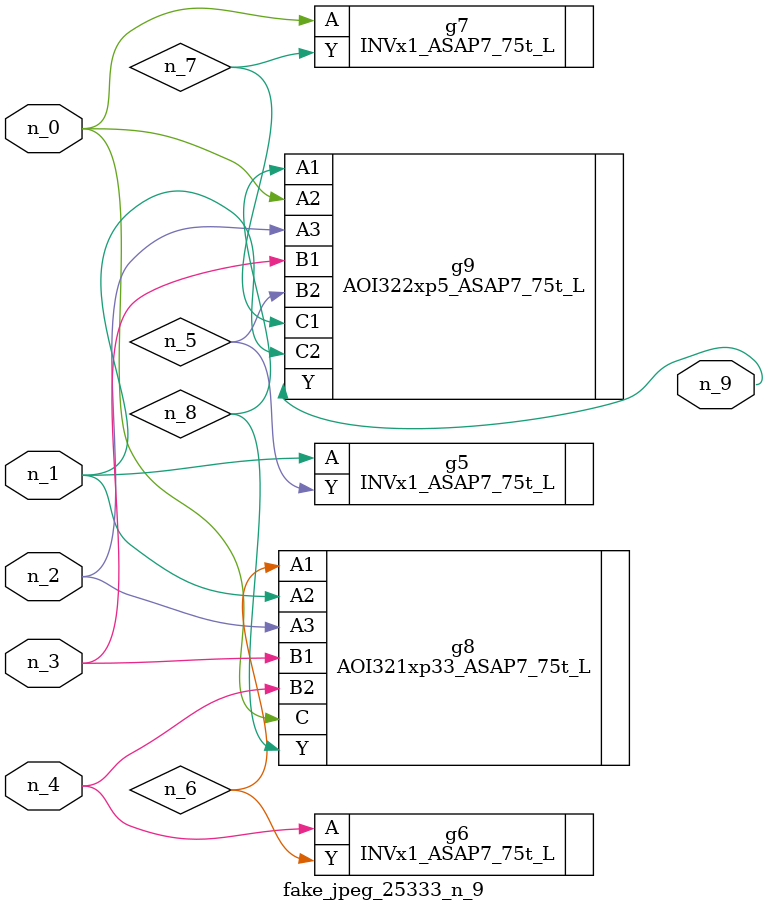
<source format=v>
module fake_jpeg_25333_n_9 (n_3, n_2, n_1, n_0, n_4, n_9);

input n_3;
input n_2;
input n_1;
input n_0;
input n_4;

output n_9;

wire n_8;
wire n_6;
wire n_5;
wire n_7;

INVx1_ASAP7_75t_L g5 ( 
.A(n_1),
.Y(n_5)
);

INVx1_ASAP7_75t_L g6 ( 
.A(n_4),
.Y(n_6)
);

INVx1_ASAP7_75t_L g7 ( 
.A(n_0),
.Y(n_7)
);

AOI321xp33_ASAP7_75t_L g8 ( 
.A1(n_6),
.A2(n_1),
.A3(n_2),
.B1(n_3),
.B2(n_4),
.C(n_0),
.Y(n_8)
);

AOI322xp5_ASAP7_75t_L g9 ( 
.A1(n_8),
.A2(n_0),
.A3(n_2),
.B1(n_3),
.B2(n_5),
.C1(n_7),
.C2(n_1),
.Y(n_9)
);


endmodule
</source>
